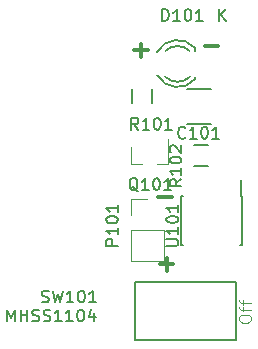
<source format=gto>
G04 #@! TF.FileFunction,Legend,Top*
%FSLAX46Y46*%
G04 Gerber Fmt 4.6, Leading zero omitted, Abs format (unit mm)*
G04 Created by KiCad (PCBNEW 4.0.5) date 01/24/17 21:51:59*
%MOMM*%
%LPD*%
G01*
G04 APERTURE LIST*
%ADD10C,0.150000*%
%ADD11C,0.300000*%
%ADD12C,0.125000*%
%ADD13C,0.120000*%
G04 APERTURE END LIST*
D10*
D11*
X130303572Y-53407143D02*
X131446429Y-53407143D01*
D12*
X133202381Y-76591667D02*
X133202381Y-76401190D01*
X133250000Y-76305952D01*
X133345238Y-76210714D01*
X133535714Y-76163095D01*
X133869048Y-76163095D01*
X134059524Y-76210714D01*
X134154762Y-76305952D01*
X134202381Y-76401190D01*
X134202381Y-76591667D01*
X134154762Y-76686905D01*
X134059524Y-76782143D01*
X133869048Y-76829762D01*
X133535714Y-76829762D01*
X133345238Y-76782143D01*
X133250000Y-76686905D01*
X133202381Y-76591667D01*
X133535714Y-75877381D02*
X133535714Y-75496429D01*
X134202381Y-75734524D02*
X133345238Y-75734524D01*
X133250000Y-75686905D01*
X133202381Y-75591667D01*
X133202381Y-75496429D01*
X133535714Y-75305952D02*
X133535714Y-74925000D01*
X134202381Y-75163095D02*
X133345238Y-75163095D01*
X133250000Y-75115476D01*
X133202381Y-75020238D01*
X133202381Y-74925000D01*
D11*
X124328572Y-53782143D02*
X125471429Y-53782143D01*
X124900000Y-54353571D02*
X124900000Y-53210714D01*
X126378572Y-66207143D02*
X127521429Y-66207143D01*
X126503572Y-71907143D02*
X127646429Y-71907143D01*
X127075000Y-72478571D02*
X127075000Y-71335714D01*
D10*
X130800000Y-57050000D02*
X128800000Y-57050000D01*
X128800000Y-60000000D02*
X130800000Y-60000000D01*
X129499000Y-53611000D02*
X129499000Y-53811000D01*
X129499000Y-56205000D02*
X129499000Y-56025000D01*
X126271256Y-55894643D02*
G75*
G03X129499000Y-56211000I1727744J1003643D01*
G01*
X126946994Y-56024068D02*
G75*
G03X129050000Y-56025000I1052006J1133068D01*
G01*
X129486220Y-53584274D02*
G75*
G03X126249000Y-53931000I-1497220J-1306726D01*
G01*
X129012889Y-53811747D02*
G75*
G03X126965000Y-53831000I-1013889J-1079253D01*
G01*
D13*
X124060000Y-68995000D02*
X124060000Y-71655000D01*
X124060000Y-71655000D02*
X126840000Y-71655000D01*
X126840000Y-71655000D02*
X126840000Y-68995000D01*
X126840000Y-68995000D02*
X124060000Y-68995000D01*
X124060000Y-67725000D02*
X124060000Y-66335000D01*
X124060000Y-66335000D02*
X125450000Y-66335000D01*
X124020000Y-63435000D02*
X124950000Y-63435000D01*
X127180000Y-63435000D02*
X126250000Y-63435000D01*
X127180000Y-63435000D02*
X127180000Y-61275000D01*
X124020000Y-63435000D02*
X124020000Y-61975000D01*
D10*
X125850000Y-57075000D02*
X125850000Y-58275000D01*
X124100000Y-58275000D02*
X124100000Y-57075000D01*
X130575000Y-63575000D02*
X129375000Y-63575000D01*
X129375000Y-61825000D02*
X130575000Y-61825000D01*
X124434400Y-73361200D02*
X132943400Y-73361200D01*
X132943400Y-73361200D02*
X132943400Y-78288800D01*
X132943400Y-78288800D02*
X124434400Y-78288800D01*
X124434400Y-78288800D02*
X124434400Y-73361200D01*
X133450000Y-66150000D02*
X133400000Y-66150000D01*
X133450000Y-70300000D02*
X133305000Y-70300000D01*
X128300000Y-70300000D02*
X128445000Y-70300000D01*
X128300000Y-66150000D02*
X128445000Y-66150000D01*
X133450000Y-66150000D02*
X133450000Y-70300000D01*
X128300000Y-66150000D02*
X128300000Y-70300000D01*
X133400000Y-66150000D02*
X133400000Y-64750000D01*
X128655953Y-61157143D02*
X128608334Y-61204762D01*
X128465477Y-61252381D01*
X128370239Y-61252381D01*
X128227381Y-61204762D01*
X128132143Y-61109524D01*
X128084524Y-61014286D01*
X128036905Y-60823810D01*
X128036905Y-60680952D01*
X128084524Y-60490476D01*
X128132143Y-60395238D01*
X128227381Y-60300000D01*
X128370239Y-60252381D01*
X128465477Y-60252381D01*
X128608334Y-60300000D01*
X128655953Y-60347619D01*
X129608334Y-61252381D02*
X129036905Y-61252381D01*
X129322619Y-61252381D02*
X129322619Y-60252381D01*
X129227381Y-60395238D01*
X129132143Y-60490476D01*
X129036905Y-60538095D01*
X130227381Y-60252381D02*
X130322620Y-60252381D01*
X130417858Y-60300000D01*
X130465477Y-60347619D01*
X130513096Y-60442857D01*
X130560715Y-60633333D01*
X130560715Y-60871429D01*
X130513096Y-61061905D01*
X130465477Y-61157143D01*
X130417858Y-61204762D01*
X130322620Y-61252381D01*
X130227381Y-61252381D01*
X130132143Y-61204762D01*
X130084524Y-61157143D01*
X130036905Y-61061905D01*
X129989286Y-60871429D01*
X129989286Y-60633333D01*
X130036905Y-60442857D01*
X130084524Y-60347619D01*
X130132143Y-60300000D01*
X130227381Y-60252381D01*
X131513096Y-61252381D02*
X130941667Y-61252381D01*
X131227381Y-61252381D02*
X131227381Y-60252381D01*
X131132143Y-60395238D01*
X131036905Y-60490476D01*
X130941667Y-60538095D01*
X126684524Y-51302381D02*
X126684524Y-50302381D01*
X126922619Y-50302381D01*
X127065477Y-50350000D01*
X127160715Y-50445238D01*
X127208334Y-50540476D01*
X127255953Y-50730952D01*
X127255953Y-50873810D01*
X127208334Y-51064286D01*
X127160715Y-51159524D01*
X127065477Y-51254762D01*
X126922619Y-51302381D01*
X126684524Y-51302381D01*
X128208334Y-51302381D02*
X127636905Y-51302381D01*
X127922619Y-51302381D02*
X127922619Y-50302381D01*
X127827381Y-50445238D01*
X127732143Y-50540476D01*
X127636905Y-50588095D01*
X128827381Y-50302381D02*
X128922620Y-50302381D01*
X129017858Y-50350000D01*
X129065477Y-50397619D01*
X129113096Y-50492857D01*
X129160715Y-50683333D01*
X129160715Y-50921429D01*
X129113096Y-51111905D01*
X129065477Y-51207143D01*
X129017858Y-51254762D01*
X128922620Y-51302381D01*
X128827381Y-51302381D01*
X128732143Y-51254762D01*
X128684524Y-51207143D01*
X128636905Y-51111905D01*
X128589286Y-50921429D01*
X128589286Y-50683333D01*
X128636905Y-50492857D01*
X128684524Y-50397619D01*
X128732143Y-50350000D01*
X128827381Y-50302381D01*
X130113096Y-51302381D02*
X129541667Y-51302381D01*
X129827381Y-51302381D02*
X129827381Y-50302381D01*
X129732143Y-50445238D01*
X129636905Y-50540476D01*
X129541667Y-50588095D01*
X131488095Y-51277381D02*
X131488095Y-50277381D01*
X132059524Y-51277381D02*
X131630952Y-50705952D01*
X132059524Y-50277381D02*
X131488095Y-50848810D01*
X122952381Y-70315476D02*
X121952381Y-70315476D01*
X121952381Y-69934523D01*
X122000000Y-69839285D01*
X122047619Y-69791666D01*
X122142857Y-69744047D01*
X122285714Y-69744047D01*
X122380952Y-69791666D01*
X122428571Y-69839285D01*
X122476190Y-69934523D01*
X122476190Y-70315476D01*
X122952381Y-68791666D02*
X122952381Y-69363095D01*
X122952381Y-69077381D02*
X121952381Y-69077381D01*
X122095238Y-69172619D01*
X122190476Y-69267857D01*
X122238095Y-69363095D01*
X121952381Y-68172619D02*
X121952381Y-68077380D01*
X122000000Y-67982142D01*
X122047619Y-67934523D01*
X122142857Y-67886904D01*
X122333333Y-67839285D01*
X122571429Y-67839285D01*
X122761905Y-67886904D01*
X122857143Y-67934523D01*
X122904762Y-67982142D01*
X122952381Y-68077380D01*
X122952381Y-68172619D01*
X122904762Y-68267857D01*
X122857143Y-68315476D01*
X122761905Y-68363095D01*
X122571429Y-68410714D01*
X122333333Y-68410714D01*
X122142857Y-68363095D01*
X122047619Y-68315476D01*
X122000000Y-68267857D01*
X121952381Y-68172619D01*
X122952381Y-66886904D02*
X122952381Y-67458333D01*
X122952381Y-67172619D02*
X121952381Y-67172619D01*
X122095238Y-67267857D01*
X122190476Y-67363095D01*
X122238095Y-67458333D01*
X124652381Y-65697619D02*
X124557143Y-65650000D01*
X124461905Y-65554762D01*
X124319048Y-65411905D01*
X124223809Y-65364286D01*
X124128571Y-65364286D01*
X124176190Y-65602381D02*
X124080952Y-65554762D01*
X123985714Y-65459524D01*
X123938095Y-65269048D01*
X123938095Y-64935714D01*
X123985714Y-64745238D01*
X124080952Y-64650000D01*
X124176190Y-64602381D01*
X124366667Y-64602381D01*
X124461905Y-64650000D01*
X124557143Y-64745238D01*
X124604762Y-64935714D01*
X124604762Y-65269048D01*
X124557143Y-65459524D01*
X124461905Y-65554762D01*
X124366667Y-65602381D01*
X124176190Y-65602381D01*
X125557143Y-65602381D02*
X124985714Y-65602381D01*
X125271428Y-65602381D02*
X125271428Y-64602381D01*
X125176190Y-64745238D01*
X125080952Y-64840476D01*
X124985714Y-64888095D01*
X126176190Y-64602381D02*
X126271429Y-64602381D01*
X126366667Y-64650000D01*
X126414286Y-64697619D01*
X126461905Y-64792857D01*
X126509524Y-64983333D01*
X126509524Y-65221429D01*
X126461905Y-65411905D01*
X126414286Y-65507143D01*
X126366667Y-65554762D01*
X126271429Y-65602381D01*
X126176190Y-65602381D01*
X126080952Y-65554762D01*
X126033333Y-65507143D01*
X125985714Y-65411905D01*
X125938095Y-65221429D01*
X125938095Y-64983333D01*
X125985714Y-64792857D01*
X126033333Y-64697619D01*
X126080952Y-64650000D01*
X126176190Y-64602381D01*
X127461905Y-65602381D02*
X126890476Y-65602381D01*
X127176190Y-65602381D02*
X127176190Y-64602381D01*
X127080952Y-64745238D01*
X126985714Y-64840476D01*
X126890476Y-64888095D01*
X124655953Y-60502381D02*
X124322619Y-60026190D01*
X124084524Y-60502381D02*
X124084524Y-59502381D01*
X124465477Y-59502381D01*
X124560715Y-59550000D01*
X124608334Y-59597619D01*
X124655953Y-59692857D01*
X124655953Y-59835714D01*
X124608334Y-59930952D01*
X124560715Y-59978571D01*
X124465477Y-60026190D01*
X124084524Y-60026190D01*
X125608334Y-60502381D02*
X125036905Y-60502381D01*
X125322619Y-60502381D02*
X125322619Y-59502381D01*
X125227381Y-59645238D01*
X125132143Y-59740476D01*
X125036905Y-59788095D01*
X126227381Y-59502381D02*
X126322620Y-59502381D01*
X126417858Y-59550000D01*
X126465477Y-59597619D01*
X126513096Y-59692857D01*
X126560715Y-59883333D01*
X126560715Y-60121429D01*
X126513096Y-60311905D01*
X126465477Y-60407143D01*
X126417858Y-60454762D01*
X126322620Y-60502381D01*
X126227381Y-60502381D01*
X126132143Y-60454762D01*
X126084524Y-60407143D01*
X126036905Y-60311905D01*
X125989286Y-60121429D01*
X125989286Y-59883333D01*
X126036905Y-59692857D01*
X126084524Y-59597619D01*
X126132143Y-59550000D01*
X126227381Y-59502381D01*
X127513096Y-60502381D02*
X126941667Y-60502381D01*
X127227381Y-60502381D02*
X127227381Y-59502381D01*
X127132143Y-59645238D01*
X127036905Y-59740476D01*
X126941667Y-59788095D01*
X128327381Y-64694047D02*
X127851190Y-65027381D01*
X128327381Y-65265476D02*
X127327381Y-65265476D01*
X127327381Y-64884523D01*
X127375000Y-64789285D01*
X127422619Y-64741666D01*
X127517857Y-64694047D01*
X127660714Y-64694047D01*
X127755952Y-64741666D01*
X127803571Y-64789285D01*
X127851190Y-64884523D01*
X127851190Y-65265476D01*
X128327381Y-63741666D02*
X128327381Y-64313095D01*
X128327381Y-64027381D02*
X127327381Y-64027381D01*
X127470238Y-64122619D01*
X127565476Y-64217857D01*
X127613095Y-64313095D01*
X127327381Y-63122619D02*
X127327381Y-63027380D01*
X127375000Y-62932142D01*
X127422619Y-62884523D01*
X127517857Y-62836904D01*
X127708333Y-62789285D01*
X127946429Y-62789285D01*
X128136905Y-62836904D01*
X128232143Y-62884523D01*
X128279762Y-62932142D01*
X128327381Y-63027380D01*
X128327381Y-63122619D01*
X128279762Y-63217857D01*
X128232143Y-63265476D01*
X128136905Y-63313095D01*
X127946429Y-63360714D01*
X127708333Y-63360714D01*
X127517857Y-63313095D01*
X127422619Y-63265476D01*
X127375000Y-63217857D01*
X127327381Y-63122619D01*
X127422619Y-62408333D02*
X127375000Y-62360714D01*
X127327381Y-62265476D01*
X127327381Y-62027380D01*
X127375000Y-61932142D01*
X127422619Y-61884523D01*
X127517857Y-61836904D01*
X127613095Y-61836904D01*
X127755952Y-61884523D01*
X128327381Y-62455952D01*
X128327381Y-61836904D01*
X116514286Y-75079762D02*
X116657143Y-75127381D01*
X116895239Y-75127381D01*
X116990477Y-75079762D01*
X117038096Y-75032143D01*
X117085715Y-74936905D01*
X117085715Y-74841667D01*
X117038096Y-74746429D01*
X116990477Y-74698810D01*
X116895239Y-74651190D01*
X116704762Y-74603571D01*
X116609524Y-74555952D01*
X116561905Y-74508333D01*
X116514286Y-74413095D01*
X116514286Y-74317857D01*
X116561905Y-74222619D01*
X116609524Y-74175000D01*
X116704762Y-74127381D01*
X116942858Y-74127381D01*
X117085715Y-74175000D01*
X117419048Y-74127381D02*
X117657143Y-75127381D01*
X117847620Y-74413095D01*
X118038096Y-75127381D01*
X118276191Y-74127381D01*
X119180953Y-75127381D02*
X118609524Y-75127381D01*
X118895238Y-75127381D02*
X118895238Y-74127381D01*
X118800000Y-74270238D01*
X118704762Y-74365476D01*
X118609524Y-74413095D01*
X119800000Y-74127381D02*
X119895239Y-74127381D01*
X119990477Y-74175000D01*
X120038096Y-74222619D01*
X120085715Y-74317857D01*
X120133334Y-74508333D01*
X120133334Y-74746429D01*
X120085715Y-74936905D01*
X120038096Y-75032143D01*
X119990477Y-75079762D01*
X119895239Y-75127381D01*
X119800000Y-75127381D01*
X119704762Y-75079762D01*
X119657143Y-75032143D01*
X119609524Y-74936905D01*
X119561905Y-74746429D01*
X119561905Y-74508333D01*
X119609524Y-74317857D01*
X119657143Y-74222619D01*
X119704762Y-74175000D01*
X119800000Y-74127381D01*
X121085715Y-75127381D02*
X120514286Y-75127381D01*
X120800000Y-75127381D02*
X120800000Y-74127381D01*
X120704762Y-74270238D01*
X120609524Y-74365476D01*
X120514286Y-74413095D01*
X113560714Y-76727381D02*
X113560714Y-75727381D01*
X113894048Y-76441667D01*
X114227381Y-75727381D01*
X114227381Y-76727381D01*
X114703571Y-76727381D02*
X114703571Y-75727381D01*
X114703571Y-76203571D02*
X115275000Y-76203571D01*
X115275000Y-76727381D02*
X115275000Y-75727381D01*
X115703571Y-76679762D02*
X115846428Y-76727381D01*
X116084524Y-76727381D01*
X116179762Y-76679762D01*
X116227381Y-76632143D01*
X116275000Y-76536905D01*
X116275000Y-76441667D01*
X116227381Y-76346429D01*
X116179762Y-76298810D01*
X116084524Y-76251190D01*
X115894047Y-76203571D01*
X115798809Y-76155952D01*
X115751190Y-76108333D01*
X115703571Y-76013095D01*
X115703571Y-75917857D01*
X115751190Y-75822619D01*
X115798809Y-75775000D01*
X115894047Y-75727381D01*
X116132143Y-75727381D01*
X116275000Y-75775000D01*
X116655952Y-76679762D02*
X116798809Y-76727381D01*
X117036905Y-76727381D01*
X117132143Y-76679762D01*
X117179762Y-76632143D01*
X117227381Y-76536905D01*
X117227381Y-76441667D01*
X117179762Y-76346429D01*
X117132143Y-76298810D01*
X117036905Y-76251190D01*
X116846428Y-76203571D01*
X116751190Y-76155952D01*
X116703571Y-76108333D01*
X116655952Y-76013095D01*
X116655952Y-75917857D01*
X116703571Y-75822619D01*
X116751190Y-75775000D01*
X116846428Y-75727381D01*
X117084524Y-75727381D01*
X117227381Y-75775000D01*
X118179762Y-76727381D02*
X117608333Y-76727381D01*
X117894047Y-76727381D02*
X117894047Y-75727381D01*
X117798809Y-75870238D01*
X117703571Y-75965476D01*
X117608333Y-76013095D01*
X119132143Y-76727381D02*
X118560714Y-76727381D01*
X118846428Y-76727381D02*
X118846428Y-75727381D01*
X118751190Y-75870238D01*
X118655952Y-75965476D01*
X118560714Y-76013095D01*
X119751190Y-75727381D02*
X119846429Y-75727381D01*
X119941667Y-75775000D01*
X119989286Y-75822619D01*
X120036905Y-75917857D01*
X120084524Y-76108333D01*
X120084524Y-76346429D01*
X120036905Y-76536905D01*
X119989286Y-76632143D01*
X119941667Y-76679762D01*
X119846429Y-76727381D01*
X119751190Y-76727381D01*
X119655952Y-76679762D01*
X119608333Y-76632143D01*
X119560714Y-76536905D01*
X119513095Y-76346429D01*
X119513095Y-76108333D01*
X119560714Y-75917857D01*
X119608333Y-75822619D01*
X119655952Y-75775000D01*
X119751190Y-75727381D01*
X120941667Y-76060714D02*
X120941667Y-76727381D01*
X120703571Y-75679762D02*
X120465476Y-76394048D01*
X121084524Y-76394048D01*
X127052381Y-70339286D02*
X127861905Y-70339286D01*
X127957143Y-70291667D01*
X128004762Y-70244048D01*
X128052381Y-70148810D01*
X128052381Y-69958333D01*
X128004762Y-69863095D01*
X127957143Y-69815476D01*
X127861905Y-69767857D01*
X127052381Y-69767857D01*
X128052381Y-68767857D02*
X128052381Y-69339286D01*
X128052381Y-69053572D02*
X127052381Y-69053572D01*
X127195238Y-69148810D01*
X127290476Y-69244048D01*
X127338095Y-69339286D01*
X127052381Y-68148810D02*
X127052381Y-68053571D01*
X127100000Y-67958333D01*
X127147619Y-67910714D01*
X127242857Y-67863095D01*
X127433333Y-67815476D01*
X127671429Y-67815476D01*
X127861905Y-67863095D01*
X127957143Y-67910714D01*
X128004762Y-67958333D01*
X128052381Y-68053571D01*
X128052381Y-68148810D01*
X128004762Y-68244048D01*
X127957143Y-68291667D01*
X127861905Y-68339286D01*
X127671429Y-68386905D01*
X127433333Y-68386905D01*
X127242857Y-68339286D01*
X127147619Y-68291667D01*
X127100000Y-68244048D01*
X127052381Y-68148810D01*
X128052381Y-66863095D02*
X128052381Y-67434524D01*
X128052381Y-67148810D02*
X127052381Y-67148810D01*
X127195238Y-67244048D01*
X127290476Y-67339286D01*
X127338095Y-67434524D01*
M02*

</source>
